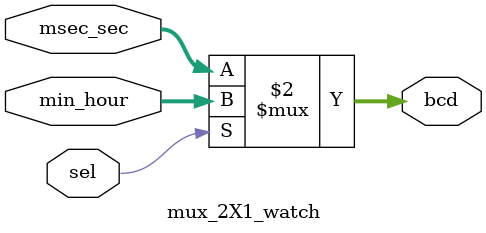
<source format=v>
module mux_2X1_watch (
    input sel,
    input [3:0] msec_sec,
    input [3:0] min_hour,
    output [3:0] bcd

);
    assign bcd = (sel == 1) ? min_hour : msec_sec;
endmodule

</source>
